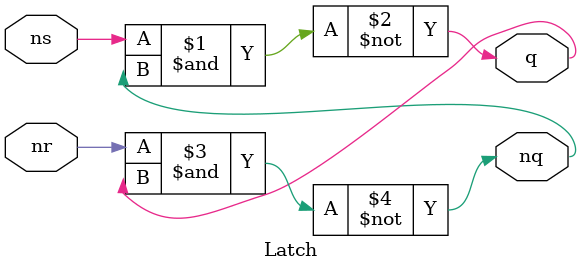
<source format=v>
module Latch(
  input ns,
  input nr,
  output q,
  output nq
);

  assign q  = ns ~& nq;
  assign nq = nr ~& q;
  
endmodule

</source>
